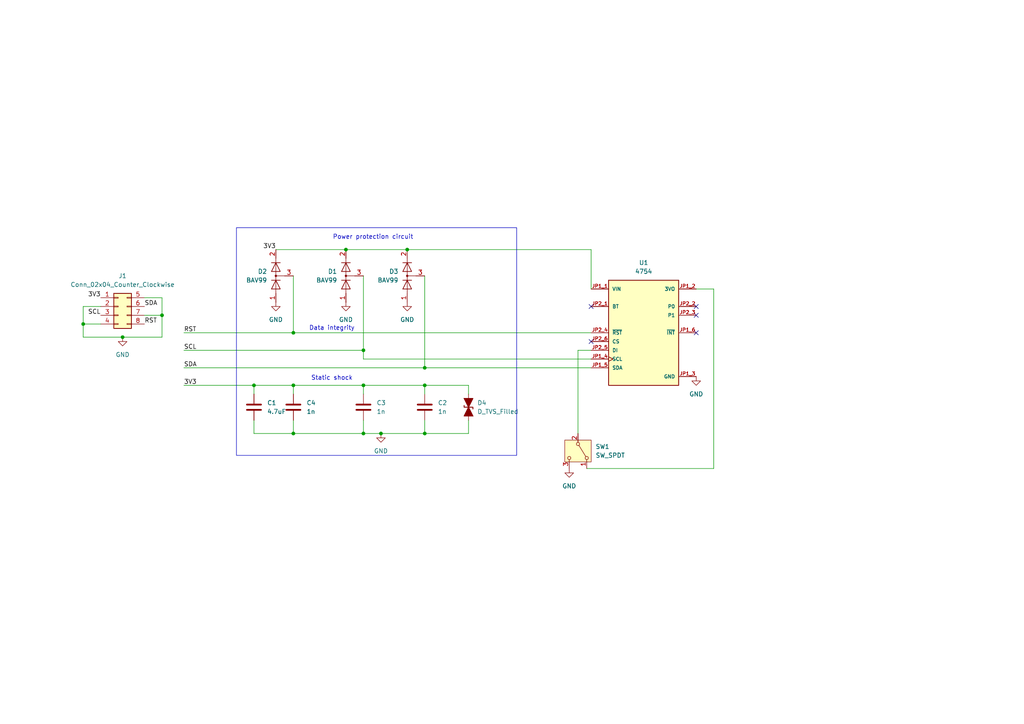
<source format=kicad_sch>
(kicad_sch (version 20231120) (generator "eeschema") (generator_version "8.0")
  (paper "A4")
  (lib_symbols
    (symbol "4754:4754" (pin_names (offset 1.016))
      (property "Reference" "U" (at -10.16 16.002 0))
      (property "Value" "4754" (at -10.16 -17.78 0))
      (symbol "4754_0_0"
        (rectangle (start -10.16 -15.24) (end 10.16 15.24) (stroke (width 0.254)) (fill (type background)))
        (pin input line (at -15.24 12.7 0) (length 5.08) (name "VIN") (number "JP1_1"))
        (pin output line (at 15.24 12.7 180) (length 5.08) (name "3VO") (number "JP1_2"))
        (pin power_in line (at 15.24 -12.7 180) (length 5.08) (name "GND") (number "JP1_3"))
        (pin bidirectional clock (at -15.24 -7.62 0) (length 5.08) (name "SCL") (number "JP1_4"))
        (pin bidirectional line (at -15.24 -10.16 0) (length 5.08) (name "SDA") (number "JP1_5"))
        (pin output line (at 15.24 0 180) (length 5.08) (name "~{INT}") (number "JP1_6"))
        (pin input line (at -15.24 7.62 0) (length 5.08) (name "BT") (number "JP2_1"))
        (pin bidirectional line (at 15.24 7.62 180) (length 5.08) (name "P0") (number "JP2_2"))
        (pin bidirectional line (at 15.24 5.08 180) (length 5.08) (name "P1") (number "JP2_3"))
        (pin input line (at -15.24 0 0) (length 5.08) (name "~{RST}") (number "JP2_4"))
        (pin input line (at -15.24 -5.08 0) (length 5.08) (name "DI") (number "JP2_5"))
        (pin input line (at -15.24 -2.54 0) (length 5.08) (name "CS") (number "JP2_6"))
      )
    )
    (symbol "Connector_Generic:Conn_02x04_Top_Bottom" (pin_names (offset 1.016) hide)
      (property "Reference" "J" (at 1.27 5.08 0))
      (property "Value" "Conn_02x04_Top_Bottom" (at 1.27 -7.62 0))
      (symbol "Conn_02x04_Top_Bottom_1_1"
        (rectangle (start -1.27 -4.953) (end 0 -5.207) (stroke (width 0.1524)))
        (rectangle (start -1.27 -2.413) (end 0 -2.667) (stroke (width 0.1524)))
        (rectangle (start -1.27 0.127) (end 0 -0.127) (stroke (width 0.1524)))
        (rectangle (start -1.27 2.667) (end 0 2.413) (stroke (width 0.1524)))
        (rectangle (start -1.27 3.81) (end 3.81 -6.35) (stroke (width 0.254)) (fill (type background)))
        (rectangle (start 3.81 -4.953) (end 2.54 -5.207) (stroke (width 0.1524)))
        (rectangle (start 3.81 -2.413) (end 2.54 -2.667) (stroke (width 0.1524)))
        (rectangle (start 3.81 0.127) (end 2.54 -0.127) (stroke (width 0.1524)))
        (rectangle (start 3.81 2.667) (end 2.54 2.413) (stroke (width 0.1524)))
        (pin passive line (at -5.08 2.54 0) (length 3.81) (name "Pin_1") (number "1"))
        (pin passive line (at -5.08 0 0) (length 3.81) (name "Pin_2") (number "2"))
        (pin passive line (at -5.08 -2.54 0) (length 3.81) (name "Pin_3") (number "3"))
        (pin passive line (at -5.08 -5.08 0) (length 3.81) (name "Pin_4") (number "4"))
        (pin passive line (at 7.62 2.54 180) (length 3.81) (name "Pin_5") (number "5"))
        (pin passive line (at 7.62 0 180) (length 3.81) (name "Pin_6") (number "6"))
        (pin passive line (at 7.62 -2.54 180) (length 3.81) (name "Pin_7") (number "7"))
        (pin passive line (at 7.62 -5.08 180) (length 3.81) (name "Pin_8") (number "8"))
      )
    )
    (symbol "Device:C" (pin_numbers hide) (pin_names (offset 0.254))
      (property "Reference" "C" (at 0.635 2.54 0))
      (property "Value" "C" (at 0.635 -2.54 0))
      (symbol "C_0_1"
        (polyline (pts (xy -2.032 -0.762) (xy 2.032 -0.762)) (stroke (width 0.508)))
        (polyline (pts (xy -2.032 0.762) (xy 2.032 0.762)) (stroke (width 0.508)))
      )
      (symbol "C_1_1"
        (pin passive line (at 0 3.81 270) (length 2.794) (name "~") (number "1"))
        (pin passive line (at 0 -3.81 90) (length 2.794) (name "~") (number "2"))
      )
    )
    (symbol "Device:D_TVS_Filled" (pin_numbers hide) (pin_names (offset 1.016) hide)
      (property "Reference" "D" (at 0 2.54 0))
      (property "Value" "D_TVS_Filled" (at 0 -2.54 0))
      (symbol "D_TVS_Filled_0_1"
        (polyline (pts (xy 1.27 0) (xy -1.27 0)))
        (polyline (pts (xy -2.54 -1.27) (xy 0 0) (xy -2.54 1.27) (xy -2.54 -1.27)) (stroke (width 0.254)) (fill (type outline)))
        (polyline (pts (xy 0.508 1.27) (xy 0 1.27) (xy 0 -1.27) (xy -0.508 -1.27)) (stroke (width 0.254)))
        (polyline (pts (xy 2.54 1.27) (xy 2.54 -1.27) (xy 0 0) (xy 2.54 1.27)) (stroke (width 0.254)) (fill (type outline)))
      )
      (symbol "D_TVS_Filled_1_1"
        (pin passive line (at -3.81 0 0) (length 2.54) (name "A1") (number "1"))
        (pin passive line (at 3.81 0 180) (length 2.54) (name "A2") (number "2"))
      )
    )
    (symbol "Diode:BAV99" (pin_names hide)
      (property "Reference" "D" (at 0 5.08 0))
      (property "Value" "BAV99" (at 0 2.54 0))
      (symbol "BAV99_0_1"
        (polyline (pts (xy -5.08 0) (xy 5.08 0)))
      )
      (symbol "BAV99_1_1"
        (polyline (pts (xy 0 0) (xy 0 -2.54)))
        (polyline (pts (xy -1.27 -1.27) (xy -1.27 1.27) (xy -1.27 1.27)) (stroke (width 0.2032)))
        (polyline (pts (xy 3.81 1.27) (xy 3.81 -1.27) (xy 3.81 -1.27)) (stroke (width 0.2032)))
        (polyline (pts (xy -3.81 1.27) (xy -1.27 0) (xy -3.81 -1.27) (xy -3.81 1.27) (xy -3.81 1.27) (xy -3.81 1.27)) (stroke (width 0.2032)))
        (polyline (pts (xy 1.27 1.27) (xy 3.81 0) (xy 1.27 -1.27) (xy 1.27 1.27) (xy 1.27 1.27) (xy 1.27 1.27)) (stroke (width 0.2032)))
        (circle (center 0 0) (radius 0.254) (fill (type outline)))
        (pin passive line (at -7.62 0 0) (length 2.54) (name "K") (number "1"))
        (pin passive line (at 7.62 0 180) (length 2.54) (name "A") (number "2"))
        (pin passive line (at 0 -5.08 90) (length 2.54) (name "K") (number "3"))
      )
    )
    (symbol "Switch:SW_SPDT" (pin_names (offset 0) hide)
      (property "Reference" "SW" (at 0 5.08 0))
      (property "Value" "SW_SPDT" (at 0 -5.08 0))
      (symbol "SW_SPDT_0_1"
        (circle (center -2.032 0) (radius 0.4572))
        (polyline (pts (xy -1.651 0.254) (xy 1.651 2.286)))
        (circle (center 2.032 -2.54) (radius 0.4572))
        (circle (center 2.032 2.54) (radius 0.4572))
      )
      (symbol "SW_SPDT_1_1"
        (rectangle (start -3.175 3.81) (end 3.175 -3.81) (fill (type background)))
        (pin passive line (at 5.08 2.54 180) (length 2.54) (name "A") (number "1"))
        (pin passive line (at -5.08 0 0) (length 2.54) (name "B") (number "2"))
        (pin passive line (at 5.08 -2.54 180) (length 2.54) (name "C") (number "3"))
      )
    )
    (symbol "power:GND" (power) (pin_numbers hide) (pin_names (offset 0) hide)
      (property "Value" "GND" (at 0 -3.81 0))
      (symbol "GND_0_1"
        (polyline (pts (xy 0 0) (xy 0 -1.27) (xy 1.27 -1.27) (xy 0 -2.54) (xy -1.27 -1.27) (xy 0 -1.27)))
      )
      (symbol "GND_1_1"
        (pin power_in line (at 0 0 270) (length 0) (name "~") (number "1"))
      )
    )
  )
  (junction (at 123.19 106.68))
  (junction (at 85.09 125.73))
  (junction (at 100.33 72.39))
  (junction (at 73.66 111.76))
  (junction (at 35.56 97.79))
  (junction (at 118.11 72.39))
  (junction (at 85.09 111.76))
  (junction (at 105.41 125.73))
  (junction (at 110.49 125.73))
  (junction (at 24.13 93.98))
  (junction (at 85.09 96.52))
  (junction (at 46.99 91.44))
  (junction (at 105.41 101.6))
  (junction (at 123.19 111.76))
  (junction (at 105.41 111.76))
  (junction (at 123.19 125.73))
  (no_connect (at 201.93 96.52))
  (no_connect (at 201.93 91.44))
  (no_connect (at 171.45 88.9))
  (no_connect (at 201.93 88.9))
  (no_connect (at 171.45 99.06))
  (wire (pts (xy 80.01 72.39) (xy 100.33 72.39)))
  (wire (pts (xy 46.99 91.44) (xy 41.91 91.44)))
  (wire (pts (xy 100.33 72.39) (xy 118.11 72.39)))
  (wire (pts (xy 207.01 135.89) (xy 170.18 135.89)))
  (wire (pts (xy 207.01 83.82) (xy 207.01 135.89)))
  (wire (pts (xy 123.19 106.68) (xy 171.45 106.68)))
  (wire (pts (xy 85.09 111.76) (xy 105.41 111.76)))
  (wire (pts (xy 105.41 125.73) (xy 105.41 121.92)))
  (wire (pts (xy 171.45 72.39) (xy 171.45 83.82)))
  (wire (pts (xy 24.13 93.98) (xy 24.13 97.79)))
  (wire (pts (xy 123.19 111.76) (xy 123.19 114.3)))
  (wire (pts (xy 123.19 125.73) (xy 135.89 125.73)))
  (wire (pts (xy 29.21 88.9) (xy 24.13 88.9)))
  (wire (pts (xy 123.19 106.68) (xy 123.19 80.01)))
  (wire (pts (xy 85.09 96.52) (xy 171.45 96.52)))
  (wire (pts (xy 167.64 101.6) (xy 171.45 101.6)))
  (wire (pts (xy 167.64 101.6) (xy 167.64 125.73)))
  (wire (pts (xy 135.89 114.3) (xy 135.89 111.76)))
  (wire (pts (xy 105.41 101.6) (xy 105.41 104.14)))
  (wire (pts (xy 73.66 111.76) (xy 85.09 111.76)))
  (wire (pts (xy 46.99 91.44) (xy 46.99 86.36)))
  (wire (pts (xy 73.66 125.73) (xy 85.09 125.73)))
  (wire (pts (xy 135.89 125.73) (xy 135.89 121.92)))
  (wire (pts (xy 24.13 88.9) (xy 24.13 93.98)))
  (wire (pts (xy 123.19 111.76) (xy 135.89 111.76)))
  (wire (pts (xy 53.34 96.52) (xy 85.09 96.52)))
  (wire (pts (xy 85.09 96.52) (xy 85.09 80.01)))
  (wire (pts (xy 85.09 111.76) (xy 85.09 114.3)))
  (wire (pts (xy 85.09 125.73) (xy 85.09 121.92)))
  (wire (pts (xy 73.66 125.73) (xy 73.66 121.92)))
  (wire (pts (xy 105.41 101.6) (xy 105.41 80.01)))
  (wire (pts (xy 35.56 97.79) (xy 46.99 97.79)))
  (wire (pts (xy 24.13 97.79) (xy 35.56 97.79)))
  (wire (pts (xy 53.34 106.68) (xy 123.19 106.68)))
  (wire (pts (xy 53.34 101.6) (xy 105.41 101.6)))
  (wire (pts (xy 46.99 97.79) (xy 46.99 91.44)))
  (wire (pts (xy 110.49 125.73) (xy 123.19 125.73)))
  (wire (pts (xy 46.99 86.36) (xy 41.91 86.36)))
  (wire (pts (xy 105.41 125.73) (xy 110.49 125.73)))
  (wire (pts (xy 105.41 111.76) (xy 105.41 114.3)))
  (wire (pts (xy 118.11 72.39) (xy 171.45 72.39)))
  (wire (pts (xy 24.13 93.98) (xy 29.21 93.98)))
  (wire (pts (xy 85.09 125.73) (xy 105.41 125.73)))
  (wire (pts (xy 73.66 114.3) (xy 73.66 111.76)))
  (wire (pts (xy 53.34 111.76) (xy 73.66 111.76)))
  (wire (pts (xy 105.41 104.14) (xy 171.45 104.14)))
  (wire (pts (xy 123.19 125.73) (xy 123.19 121.92)))
  (wire (pts (xy 105.41 111.76) (xy 123.19 111.76)))
  (wire (pts (xy 201.93 83.82) (xy 207.01 83.82)))
  (rectangle (start 68.58 66.04) (end 149.86 132.08))
  (text "Power protection circuit" (at 108.204 68.834 0) (effects (font (size 1.27 1.27))))
  (text "Data integrity" (at 96.266 95.25 0) (effects (font (size 1.27 1.27))))
  (text "Static shock" (at 96.266 109.728 0) (effects (font (size 1.27 1.27))))
  (label "SDA" (at 41.91 88.9 0))
  (label "RST" (at 53.34 96.52 0))
  (label "3V3" (at 53.34 111.76 0))
  (label "3V3" (at 80.01 72.39 180))
  (label "SCL" (at 53.34 101.6 0))
  (label "3V3" (at 29.21 86.36 180))
  (label "SCL" (at 29.21 91.44 180))
  (label "RST" (at 41.91 93.98 0))
  (label "SDA" (at 53.34 106.68 0))
  (symbol (lib_id "power:GND") (at 80.01 87.63 0) (unit 1)
    (property "Reference" "#PWR02" (effects (hide yes)))
    (property "Value" "GND" (at 80.01 92.71 0))
    (property "Description" "Power symbol creates a global label with name \"GND\" , ground" (effects (hide yes)))
  )
  (symbol (lib_id "Connector_Generic:Conn_02x04_Top_Bottom") (at 34.29 88.9 0) (unit 1)
    (property "Reference" "J1" (at 35.56 80.01 0))
    (property "Value" "Conn_02x04_Counter_Clockwise" (at 35.56 82.55 0))
    (property "Footprint" "Molex:Molex_Nano-Fit_105314-xx08_2x04_P2.50mm_Horizontal" (effects (hide yes)))
    (property "Description" "Generic connector, double row, 02x04, top/bottom pin numbering scheme (row 1: 1...pins_per_row, row2: pins_per_row+1 ... num_pins), script generated (kicad-library-utils/schlib/autogen/connector/)" (effects (hide yes)))
  )
  (symbol (lib_id "Diode:BAV99") (at 80.01 80.01 90) (unit 1)
    (property "Reference" "D2" (at 77.47 78.7399 90) (effects (justify left)))
    (property "Value" "BAV99" (at 77.47 81.2799 90) (effects (justify left)))
    (property "Footprint" "Package_TO_SOT_SMD:SOT-23" (effects (hide yes)))
    (property "Datasheet" "https://assets.nexperia.com/documents/data-sheet/BAV99_SER.pdf" (effects (hide yes)))
    (property "Description" "BAV99 High-speed switching diodes, SOT-23" (effects (hide yes)))
  )
  (symbol (lib_id "Device:C") (at 105.41 118.11 0) (unit 1)
    (property "Reference" "C3" (at 109.22 116.8399 0) (effects (justify left)))
    (property "Value" "1n" (at 109.22 119.3799 0) (effects (justify left)))
    (property "Footprint" "Capacitor_SMD:C_1812_4532Metric_Pad1.57x3.40mm_HandSolder" (effects (hide yes)))
    (property "Description" "Unpolarized capacitor" (effects (hide yes)))
  )
  (symbol (lib_id "Diode:BAV99") (at 118.11 80.01 90) (unit 1)
    (property "Reference" "D3" (at 115.57 78.7399 90) (effects (justify left)))
    (property "Value" "BAV99" (at 115.57 81.2799 90) (effects (justify left)))
    (property "Footprint" "Package_TO_SOT_SMD:SOT-23" (effects (hide yes)))
    (property "Datasheet" "https://assets.nexperia.com/documents/data-sheet/BAV99_SER.pdf" (effects (hide yes)))
    (property "Description" "BAV99 High-speed switching diodes, SOT-23" (effects (hide yes)))
  )
  (symbol (lib_id "Device:C") (at 73.66 118.11 0) (unit 1)
    (property "Reference" "C1" (at 77.47 116.8399 0) (effects (justify left)))
    (property "Value" "4.7uF" (at 77.47 119.3799 0) (effects (justify left)))
    (property "Footprint" "Capacitor_SMD:C_1812_4532Metric_Pad1.57x3.40mm_HandSolder" (effects (hide yes)))
    (property "Description" "Unpolarized capacitor" (effects (hide yes)))
  )
  (symbol (lib_id "Diode:BAV99") (at 100.33 80.01 90) (unit 1)
    (property "Reference" "D1" (at 97.79 78.7399 90) (effects (justify left)))
    (property "Value" "BAV99" (at 97.79 81.2799 90) (effects (justify left)))
    (property "Footprint" "Package_TO_SOT_SMD:SOT-23" (effects (hide yes)))
    (property "Datasheet" "https://assets.nexperia.com/documents/data-sheet/BAV99_SER.pdf" (effects (hide yes)))
    (property "Description" "BAV99 High-speed switching diodes, SOT-23" (effects (hide yes)))
  )
  (symbol (lib_id "4754:4754") (at 186.69 96.52 0) (unit 1)
    (property "Reference" "U1" (at 186.69 76.2 0))
    (property "Value" "4754" (at 186.69 78.74 0))
    (property "Footprint" "Biogenius:MODULE_4754" (effects (hide yes)))
    (property "MF" "Adafruit" (effects (hide yes)))
    (property "MAXIMUM_PACKAGE_HEIGHT" "4.6mm" (effects (hide yes)))
    (property "Package" "None" (effects (hide yes)))
    (property "Price" "None" (effects (hide yes)))
    (property "Check_prices" "https://www.snapeda.com/parts/4754/Adafruit+Industries/view-part/?ref=eda" (effects (hide yes)))
    (property "STANDARD" "Manufacturer Recommendations" (effects (hide yes)))
    (property "PARTREV" "2021-03-16" (effects (hide yes)))
    (property "SnapEDA_Link" "https://www.snapeda.com/parts/4754/Adafruit+Industries/view-part/?ref=snap" (effects (hide yes)))
    (property "MP" "4754" (effects (hide yes)))
    (property "Description_1" "\nAdafruit 9-DOF Orientation IMU Fusion Breakout - BNO085 (BNO080) - STEMMA QT / Qwiic\n" (effects (hide yes)))
    (property "MANUFACTURER" "Adafruit" (effects (hide yes)))
    (property "Availability" "In Stock" (effects (hide yes)))
    (property "SNAPEDA_PN" "4754" (effects (hide yes)))
  )
  (symbol (lib_id "power:GND") (at 201.93 109.22 0) (unit 1)
    (property "Reference" "#PWR05" (effects (hide yes)))
    (property "Value" "GND" (at 201.93 114.3 0))
    (property "Description" "Power symbol creates a global label with name \"GND\" , ground" (effects (hide yes)))
  )
  (symbol (lib_id "Device:D_TVS_Filled") (at 135.89 118.11 90) (unit 1)
    (property "Reference" "D4" (at 138.43 116.8399 90) (effects (justify right)))
    (property "Value" "D_TVS_Filled" (at 138.43 119.3799 90) (effects (justify right)))
    (property "Description" "Bidirectional transient-voltage-suppression diode, filled shape" (effects (hide yes)))
  )
  (symbol (lib_id "power:GND") (at 100.33 87.63 0) (unit 1)
    (property "Reference" "#PWR03" (effects (hide yes)))
    (property "Value" "GND" (at 100.33 92.71 0))
    (property "Description" "Power symbol creates a global label with name \"GND\" , ground" (effects (hide yes)))
  )
  (symbol (lib_id "Device:C") (at 85.09 118.11 0) (unit 1)
    (property "Reference" "C4" (at 88.9 116.8399 0) (effects (justify left)))
    (property "Value" "1n" (at 88.9 119.3799 0) (effects (justify left)))
    (property "Footprint" "Capacitor_SMD:C_1812_4532Metric_Pad1.57x3.40mm_HandSolder" (effects (hide yes)))
    (property "Description" "Unpolarized capacitor" (effects (hide yes)))
  )
  (symbol (lib_id "Switch:SW_SPDT") (at 167.64 130.81 270) (unit 1)
    (property "Reference" "SW1" (at 172.72 129.5399 90) (effects (justify left)))
    (property "Value" "SW_SPDT" (at 172.72 132.0799 90) (effects (justify left)))
    (property "Footprint" "Button_Switch_SMD:SW_SPDT_CK_JS102011SAQN" (effects (hide yes)))
    (property "Description" "Switch, single pole double throw" (effects (hide yes)))
  )
  (symbol (lib_id "power:GND") (at 110.49 125.73 0) (unit 1)
    (property "Reference" "#PWR01" (effects (hide yes)))
    (property "Value" "GND" (at 110.49 130.81 0))
    (property "Description" "Power symbol creates a global label with name \"GND\" , ground" (effects (hide yes)))
  )
  (symbol (lib_id "Device:C") (at 123.19 118.11 0) (unit 1)
    (property "Reference" "C2" (at 127 116.8399 0) (effects (justify left)))
    (property "Value" "1n" (at 127 119.3799 0) (effects (justify left)))
    (property "Footprint" "Capacitor_SMD:C_1812_4532Metric_Pad1.57x3.40mm_HandSolder" (effects (hide yes)))
    (property "Description" "Unpolarized capacitor" (effects (hide yes)))
  )
  (symbol (lib_id "power:GND") (at 118.11 87.63 0) (unit 1)
    (property "Reference" "#PWR04" (effects (hide yes)))
    (property "Value" "GND" (at 118.11 92.71 0))
    (property "Description" "Power symbol creates a global label with name \"GND\" , ground" (effects (hide yes)))
  )
  (symbol (lib_id "power:GND") (at 165.1 135.89 0) (unit 1)
    (property "Reference" "#PWR06" (effects (hide yes)))
    (property "Value" "GND" (at 165.1 140.97 0))
    (property "Description" "Power symbol creates a global label with name \"GND\" , ground" (effects (hide yes)))
  )
  (symbol (lib_id "power:GND") (at 35.56 97.79 0) (unit 1)
    (property "Reference" "#PWR07" (effects (hide yes)))
    (property "Value" "GND" (at 35.56 102.87 0))
    (property "Description" "Power symbol creates a global label with name \"GND\" , ground" (effects (hide yes)))
  )
)
</source>
